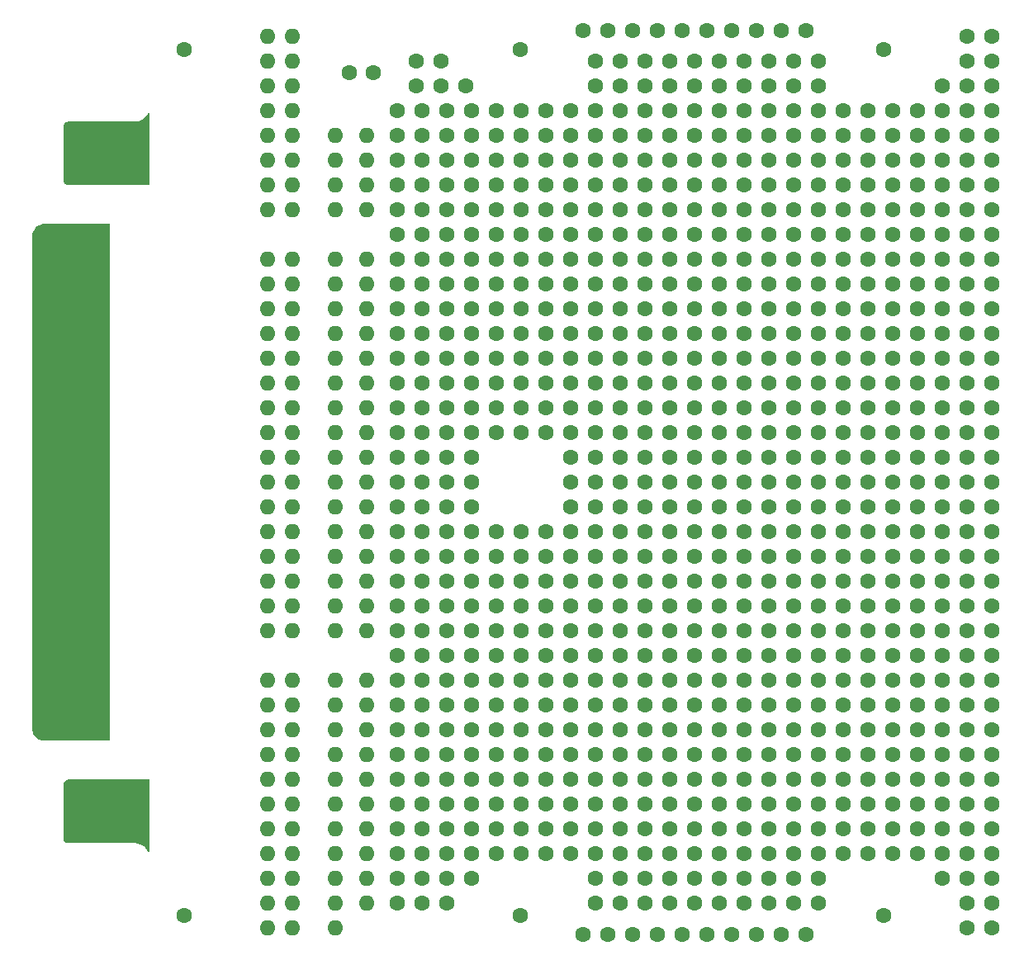
<source format=gbs>
%TF.GenerationSoftware,KiCad,Pcbnew,9.0.7*%
%TF.CreationDate,2026-01-19T16:38:05-08:00*%
%TF.ProjectId,CoCoProtoBoard,436f436f-5072-46f7-946f-426f6172642e,rev?*%
%TF.SameCoordinates,Original*%
%TF.FileFunction,Soldermask,Bot*%
%TF.FilePolarity,Negative*%
%FSLAX46Y46*%
G04 Gerber Fmt 4.6, Leading zero omitted, Abs format (unit mm)*
G04 Created by KiCad (PCBNEW 9.0.7) date 2026-01-19 16:38:05*
%MOMM*%
%LPD*%
G01*
G04 APERTURE LIST*
%ADD10R,6.350000X1.270000*%
%ADD11C,1.600000*%
%ADD12O,1.600000X1.600000*%
G04 APERTURE END LIST*
D10*
%TO.C,P1*%
X95250000Y-80010000D03*
X95250000Y-82550000D03*
X95250000Y-85090000D03*
X95250000Y-87630000D03*
X95250000Y-90170000D03*
X95250000Y-92710000D03*
X95250000Y-95250000D03*
X95250000Y-97790000D03*
X95250000Y-100330000D03*
X95250000Y-102870000D03*
X95250000Y-105410000D03*
X95250000Y-107950000D03*
X95250000Y-110490000D03*
X95250000Y-113030000D03*
X95250000Y-115570000D03*
X95250000Y-118110000D03*
X95250000Y-120650000D03*
X95250000Y-123190000D03*
X95250000Y-125730000D03*
X95250000Y-128270000D03*
%TD*%
D11*
%TO.C,REF\u002A\u002A*%
X178690000Y-148540000D03*
%TD*%
%TO.C,REF\u002A\u002A*%
X178690000Y-59740000D03*
%TD*%
%TO.C,REF\u002A\u002A*%
X141440000Y-59740000D03*
%TD*%
%TO.C,REF\u002A\u002A*%
X141440000Y-148540000D03*
%TD*%
%TO.C,REF\u002A\u002A*%
X107040000Y-148540000D03*
%TD*%
D12*
%TO.C,P2*%
X115570000Y-58420000D03*
X118110000Y-58420000D03*
X115570000Y-60960000D03*
X118110000Y-60960000D03*
X115570000Y-63500000D03*
X118110000Y-63500000D03*
X115570000Y-66040000D03*
X118110000Y-66040000D03*
X115570000Y-68580000D03*
X118110000Y-68580000D03*
X115570000Y-71120000D03*
X118110000Y-71120000D03*
X115570000Y-73660000D03*
X118110000Y-73660000D03*
X115570000Y-76200000D03*
X118110000Y-76200000D03*
%TD*%
%TO.C,P4*%
X115570000Y-124460000D03*
X118110000Y-124460000D03*
X115570000Y-127000000D03*
X118110000Y-127000000D03*
X115570000Y-129540000D03*
X118110000Y-129540000D03*
X115570000Y-132080000D03*
X118110000Y-132080000D03*
X115570000Y-134620000D03*
X118110000Y-134620000D03*
X115570000Y-137160000D03*
X118110000Y-137160000D03*
X115570000Y-139700000D03*
X118110000Y-139700000D03*
X115570000Y-142240000D03*
X118110000Y-142240000D03*
X115570000Y-144780000D03*
X118110000Y-144780000D03*
X115570000Y-147320000D03*
X118110000Y-147320000D03*
X115570000Y-149860000D03*
X118110000Y-149860000D03*
%TD*%
%TO.C,P3*%
X115570000Y-81280000D03*
X118110000Y-81280000D03*
X115570000Y-83820000D03*
X118110000Y-83820000D03*
X115570000Y-86360000D03*
X118110000Y-86360000D03*
X115570000Y-88900000D03*
X118110000Y-88900000D03*
X115570000Y-91440000D03*
X118110000Y-91440000D03*
X115570000Y-93980000D03*
X118110000Y-93980000D03*
X115570000Y-96520000D03*
X118110000Y-96520000D03*
X115570000Y-99060000D03*
X118110000Y-99060000D03*
X115570000Y-101600000D03*
X118110000Y-101600000D03*
X115570000Y-104140000D03*
X118110000Y-104140000D03*
X115570000Y-106680000D03*
X118110000Y-106680000D03*
X115570000Y-109220000D03*
X118110000Y-109220000D03*
X115570000Y-111760000D03*
X118110000Y-111760000D03*
X115570000Y-114300000D03*
X118110000Y-114300000D03*
X115570000Y-116840000D03*
X118110000Y-116840000D03*
X115570000Y-119380000D03*
X118110000Y-119380000D03*
%TD*%
%TO.C,P10*%
X122555000Y-68580000D03*
X122555000Y-71120000D03*
X122555000Y-73660000D03*
X122555000Y-76200000D03*
X122555000Y-81280000D03*
X122555000Y-83820000D03*
X122555000Y-86360000D03*
X122555000Y-88900000D03*
X122555000Y-91440000D03*
X122555000Y-93980000D03*
X122555000Y-96520000D03*
X122555000Y-99060000D03*
X122555000Y-101600000D03*
X122555000Y-104140000D03*
X122555000Y-106680000D03*
X122555000Y-109220000D03*
X122555000Y-111760000D03*
X122555000Y-114300000D03*
X122555000Y-116840000D03*
X122555000Y-119380000D03*
X122555000Y-124460000D03*
X122555000Y-127000000D03*
X122555000Y-129540000D03*
X122555000Y-132080000D03*
X122555000Y-134620000D03*
X122555000Y-137160000D03*
X122555000Y-139700000D03*
X122555000Y-142240000D03*
X122555000Y-144780000D03*
X122555000Y-147320000D03*
X122555000Y-149860000D03*
X125730000Y-68580000D03*
X125730000Y-71120000D03*
X125730000Y-73660000D03*
X125730000Y-76200000D03*
X125730000Y-81280000D03*
X125730000Y-83820000D03*
X125730000Y-86360000D03*
X125730000Y-88900000D03*
X125730000Y-91440000D03*
X125730000Y-93980000D03*
X125730000Y-96520000D03*
X125730000Y-99060000D03*
X125730000Y-101600000D03*
X125730000Y-104140000D03*
X125730000Y-106680000D03*
X125730000Y-109220000D03*
X125730000Y-111760000D03*
X125730000Y-114300000D03*
X125730000Y-116840000D03*
X125730000Y-119380000D03*
X125730000Y-124460000D03*
X125730000Y-127000000D03*
X125730000Y-129540000D03*
X125730000Y-132080000D03*
X125730000Y-134620000D03*
X125730000Y-137160000D03*
X125730000Y-139700000D03*
X125730000Y-142240000D03*
X125730000Y-144780000D03*
X125730000Y-147320000D03*
%TD*%
D11*
%TO.C,REF\u002A\u002A*%
X128905000Y-81280000D03*
%TD*%
%TO.C,REF\u002A\u002A*%
X128905000Y-104140000D03*
%TD*%
%TO.C,REF\u002A\u002A*%
X128905000Y-101600000D03*
%TD*%
%TO.C,REF\u002A\u002A*%
X128905000Y-106680000D03*
%TD*%
%TO.C,REF\u002A\u002A*%
X128905000Y-109220000D03*
%TD*%
%TO.C,REF\u002A\u002A*%
X128905000Y-111760000D03*
%TD*%
%TO.C,REF\u002A\u002A*%
X128905000Y-68580000D03*
%TD*%
%TO.C,REF\u002A\u002A*%
X128905000Y-144780000D03*
%TD*%
%TO.C,REF\u002A\u002A*%
X128905000Y-137160000D03*
%TD*%
%TO.C,REF\u002A\u002A*%
X128905000Y-139700000D03*
%TD*%
%TO.C,REF\u002A\u002A*%
X128905000Y-147320000D03*
%TD*%
%TO.C,REF\u002A\u002A*%
X128905000Y-142240000D03*
%TD*%
%TO.C,REF\u002A\u002A*%
X128905000Y-134620000D03*
%TD*%
%TO.C,REF\u002A\u002A*%
X128905000Y-66040000D03*
%TD*%
%TO.C,REF\u002A\u002A*%
X128905000Y-86360000D03*
%TD*%
%TO.C,REF\u002A\u002A*%
X128905000Y-88900000D03*
%TD*%
%TO.C,REF\u002A\u002A*%
X128905000Y-124460000D03*
%TD*%
%TO.C,REF\u002A\u002A*%
X128905000Y-127000000D03*
%TD*%
%TO.C,REF\u002A\u002A*%
X128905000Y-129540000D03*
%TD*%
%TO.C,REF\u002A\u002A*%
X128905000Y-132080000D03*
%TD*%
%TO.C,REF\u002A\u002A*%
X128905000Y-93980000D03*
%TD*%
%TO.C,REF\u002A\u002A*%
X128905000Y-99060000D03*
%TD*%
%TO.C,REF\u002A\u002A*%
X128905000Y-96520000D03*
%TD*%
%TO.C,REF\u002A\u002A*%
X128905000Y-71120000D03*
%TD*%
%TO.C,REF\u002A\u002A*%
X128905000Y-83820000D03*
%TD*%
%TO.C,REF\u002A\u002A*%
X128905000Y-73660000D03*
%TD*%
%TO.C,REF\u002A\u002A*%
X128905000Y-91440000D03*
%TD*%
%TO.C,REF\u002A\u002A*%
X128905000Y-76200000D03*
%TD*%
%TO.C,REF\u002A\u002A*%
X128905000Y-121920000D03*
%TD*%
%TO.C,REF\u002A\u002A*%
X128905000Y-114300000D03*
%TD*%
%TO.C,REF\u002A\u002A*%
X128905000Y-116840000D03*
%TD*%
%TO.C,REF\u002A\u002A*%
X128905000Y-119380000D03*
%TD*%
%TO.C,REF\u002A\u002A*%
X131445000Y-147320000D03*
%TD*%
%TO.C,REF\u002A\u002A*%
X128905000Y-78740000D03*
%TD*%
%TO.C,REF\u002A\u002A*%
X165735000Y-150495000D03*
%TD*%
%TO.C,REF\u002A\u002A*%
X163195000Y-150495000D03*
%TD*%
%TO.C,REF\u002A\u002A*%
X158115000Y-150495000D03*
%TD*%
%TO.C,REF\u002A\u002A*%
X160655000Y-150495000D03*
%TD*%
%TO.C,REF\u002A\u002A*%
X155575000Y-150495000D03*
%TD*%
%TO.C,REF\u002A\u002A*%
X153035000Y-150495000D03*
%TD*%
%TO.C,REF\u002A\u002A*%
X150495000Y-150495000D03*
%TD*%
%TO.C,REF\u002A\u002A*%
X147955000Y-150495000D03*
%TD*%
%TO.C,REF\u002A\u002A*%
X131445000Y-144780000D03*
%TD*%
%TO.C,REF\u002A\u002A*%
X131445000Y-142240000D03*
%TD*%
%TO.C,REF\u002A\u002A*%
X131445000Y-139700000D03*
%TD*%
%TO.C,REF\u002A\u002A*%
X131445000Y-137160000D03*
%TD*%
%TO.C,REF\u002A\u002A*%
X131445000Y-134620000D03*
%TD*%
%TO.C,REF\u002A\u002A*%
X133985000Y-144780000D03*
%TD*%
%TO.C,REF\u002A\u002A*%
X133985000Y-142240000D03*
%TD*%
%TO.C,REF\u002A\u002A*%
X133985000Y-139700000D03*
%TD*%
%TO.C,REF\u002A\u002A*%
X133985000Y-134620000D03*
%TD*%
%TO.C,REF\u002A\u002A*%
X133985000Y-137160000D03*
%TD*%
%TO.C,REF\u002A\u002A*%
X133985000Y-147320000D03*
%TD*%
%TO.C,REF\u002A\u002A*%
X136525000Y-144780000D03*
%TD*%
%TO.C,REF\u002A\u002A*%
X136525000Y-142240000D03*
%TD*%
%TO.C,REF\u002A\u002A*%
X136525000Y-139700000D03*
%TD*%
%TO.C,REF\u002A\u002A*%
X136525000Y-134620000D03*
%TD*%
%TO.C,REF\u002A\u002A*%
X136525000Y-137160000D03*
%TD*%
%TO.C,REF\u002A\u002A*%
X139065000Y-142240000D03*
%TD*%
%TO.C,REF\u002A\u002A*%
X139065000Y-139700000D03*
%TD*%
%TO.C,REF\u002A\u002A*%
X139065000Y-137160000D03*
%TD*%
%TO.C,REF\u002A\u002A*%
X139065000Y-134620000D03*
%TD*%
%TO.C,REF\u002A\u002A*%
X141605000Y-139700000D03*
%TD*%
%TO.C,REF\u002A\u002A*%
X141605000Y-142240000D03*
%TD*%
%TO.C,REF\u002A\u002A*%
X141605000Y-134620000D03*
%TD*%
%TO.C,REF\u002A\u002A*%
X141605000Y-137160000D03*
%TD*%
%TO.C,REF\u002A\u002A*%
X144145000Y-134620000D03*
%TD*%
%TO.C,REF\u002A\u002A*%
X144145000Y-139700000D03*
%TD*%
%TO.C,REF\u002A\u002A*%
X144145000Y-137160000D03*
%TD*%
%TO.C,REF\u002A\u002A*%
X144145000Y-142240000D03*
%TD*%
%TO.C,REF\u002A\u002A*%
X146685000Y-142240000D03*
%TD*%
%TO.C,REF\u002A\u002A*%
X146685000Y-139700000D03*
%TD*%
%TO.C,REF\u002A\u002A*%
X146685000Y-137160000D03*
%TD*%
%TO.C,REF\u002A\u002A*%
X146685000Y-134620000D03*
%TD*%
%TO.C,REF\u002A\u002A*%
X149225000Y-144780000D03*
%TD*%
%TO.C,REF\u002A\u002A*%
X149225000Y-142240000D03*
%TD*%
%TO.C,REF\u002A\u002A*%
X149225000Y-139700000D03*
%TD*%
%TO.C,REF\u002A\u002A*%
X149225000Y-134620000D03*
%TD*%
%TO.C,REF\u002A\u002A*%
X149225000Y-137160000D03*
%TD*%
%TO.C,REF\u002A\u002A*%
X149225000Y-147320000D03*
%TD*%
%TO.C,REF\u002A\u002A*%
X151765000Y-147320000D03*
%TD*%
%TO.C,REF\u002A\u002A*%
X151765000Y-134620000D03*
%TD*%
%TO.C,REF\u002A\u002A*%
X151765000Y-139700000D03*
%TD*%
%TO.C,REF\u002A\u002A*%
X151765000Y-144780000D03*
%TD*%
%TO.C,REF\u002A\u002A*%
X151765000Y-142240000D03*
%TD*%
%TO.C,REF\u002A\u002A*%
X151765000Y-137160000D03*
%TD*%
%TO.C,REF\u002A\u002A*%
X154305000Y-139700000D03*
%TD*%
%TO.C,REF\u002A\u002A*%
X154305000Y-142240000D03*
%TD*%
%TO.C,REF\u002A\u002A*%
X154305000Y-144780000D03*
%TD*%
%TO.C,REF\u002A\u002A*%
X154305000Y-137160000D03*
%TD*%
%TO.C,REF\u002A\u002A*%
X154305000Y-147320000D03*
%TD*%
%TO.C,REF\u002A\u002A*%
X154305000Y-134620000D03*
%TD*%
%TO.C,REF\u002A\u002A*%
X156845000Y-142240000D03*
%TD*%
%TO.C,REF\u002A\u002A*%
X156845000Y-144780000D03*
%TD*%
%TO.C,REF\u002A\u002A*%
X156845000Y-147320000D03*
%TD*%
%TO.C,REF\u002A\u002A*%
X156845000Y-134620000D03*
%TD*%
%TO.C,REF\u002A\u002A*%
X156845000Y-137160000D03*
%TD*%
%TO.C,REF\u002A\u002A*%
X156845000Y-139700000D03*
%TD*%
%TO.C,REF\u002A\u002A*%
X159385000Y-142240000D03*
%TD*%
%TO.C,REF\u002A\u002A*%
X159385000Y-144780000D03*
%TD*%
%TO.C,REF\u002A\u002A*%
X159385000Y-147320000D03*
%TD*%
%TO.C,REF\u002A\u002A*%
X159385000Y-137160000D03*
%TD*%
%TO.C,REF\u002A\u002A*%
X159385000Y-134620000D03*
%TD*%
%TO.C,REF\u002A\u002A*%
X159385000Y-139700000D03*
%TD*%
%TO.C,REF\u002A\u002A*%
X161925000Y-142240000D03*
%TD*%
%TO.C,REF\u002A\u002A*%
X161925000Y-144780000D03*
%TD*%
%TO.C,REF\u002A\u002A*%
X161925000Y-147320000D03*
%TD*%
%TO.C,REF\u002A\u002A*%
X161925000Y-137160000D03*
%TD*%
%TO.C,REF\u002A\u002A*%
X161925000Y-134620000D03*
%TD*%
%TO.C,REF\u002A\u002A*%
X161925000Y-139700000D03*
%TD*%
%TO.C,REF\u002A\u002A*%
X164465000Y-137160000D03*
%TD*%
%TO.C,REF\u002A\u002A*%
X164465000Y-147320000D03*
%TD*%
%TO.C,REF\u002A\u002A*%
X164465000Y-139700000D03*
%TD*%
%TO.C,REF\u002A\u002A*%
X164465000Y-134620000D03*
%TD*%
%TO.C,REF\u002A\u002A*%
X164465000Y-144780000D03*
%TD*%
%TO.C,REF\u002A\u002A*%
X164465000Y-142240000D03*
%TD*%
%TO.C,REF\u002A\u002A*%
X167005000Y-142240000D03*
%TD*%
%TO.C,REF\u002A\u002A*%
X167005000Y-137160000D03*
%TD*%
%TO.C,REF\u002A\u002A*%
X167005000Y-144780000D03*
%TD*%
%TO.C,REF\u002A\u002A*%
X167005000Y-134620000D03*
%TD*%
%TO.C,REF\u002A\u002A*%
X167005000Y-147320000D03*
%TD*%
%TO.C,REF\u002A\u002A*%
X167005000Y-139700000D03*
%TD*%
%TO.C,REF\u002A\u002A*%
X169545000Y-142240000D03*
%TD*%
%TO.C,REF\u002A\u002A*%
X169545000Y-147320000D03*
%TD*%
%TO.C,REF\u002A\u002A*%
X169545000Y-144780000D03*
%TD*%
%TO.C,REF\u002A\u002A*%
X169545000Y-137160000D03*
%TD*%
%TO.C,REF\u002A\u002A*%
X169545000Y-139700000D03*
%TD*%
%TO.C,REF\u002A\u002A*%
X169545000Y-134620000D03*
%TD*%
%TO.C,REF\u002A\u002A*%
X172085000Y-134620000D03*
%TD*%
%TO.C,REF\u002A\u002A*%
X172085000Y-137160000D03*
%TD*%
%TO.C,REF\u002A\u002A*%
X172085000Y-142240000D03*
%TD*%
%TO.C,REF\u002A\u002A*%
X172085000Y-147320000D03*
%TD*%
%TO.C,REF\u002A\u002A*%
X172085000Y-139700000D03*
%TD*%
%TO.C,REF\u002A\u002A*%
X172085000Y-144780000D03*
%TD*%
%TO.C,REF\u002A\u002A*%
X179705000Y-142240000D03*
%TD*%
%TO.C,REF\u002A\u002A*%
X184785000Y-134620000D03*
%TD*%
%TO.C,REF\u002A\u002A*%
X174625000Y-137160000D03*
%TD*%
%TO.C,REF\u002A\u002A*%
X182245000Y-134620000D03*
%TD*%
%TO.C,REF\u002A\u002A*%
X184785000Y-142240000D03*
%TD*%
%TO.C,REF\u002A\u002A*%
X177165000Y-142240000D03*
%TD*%
%TO.C,REF\u002A\u002A*%
X174625000Y-139700000D03*
%TD*%
%TO.C,REF\u002A\u002A*%
X182245000Y-137160000D03*
%TD*%
%TO.C,REF\u002A\u002A*%
X174625000Y-134620000D03*
%TD*%
%TO.C,REF\u002A\u002A*%
X177165000Y-137160000D03*
%TD*%
%TO.C,REF\u002A\u002A*%
X179705000Y-137160000D03*
%TD*%
%TO.C,REF\u002A\u002A*%
X182245000Y-142240000D03*
%TD*%
%TO.C,REF\u002A\u002A*%
X184785000Y-137160000D03*
%TD*%
%TO.C,REF\u002A\u002A*%
X184785000Y-139700000D03*
%TD*%
%TO.C,REF\u002A\u002A*%
X179705000Y-139700000D03*
%TD*%
%TO.C,REF\u002A\u002A*%
X182245000Y-139700000D03*
%TD*%
%TO.C,REF\u002A\u002A*%
X177165000Y-134620000D03*
%TD*%
%TO.C,REF\u002A\u002A*%
X174625000Y-142240000D03*
%TD*%
%TO.C,REF\u002A\u002A*%
X177165000Y-139700000D03*
%TD*%
%TO.C,REF\u002A\u002A*%
X179705000Y-134620000D03*
%TD*%
%TO.C,REF\u002A\u002A*%
X187325000Y-139700000D03*
%TD*%
%TO.C,REF\u002A\u002A*%
X187325000Y-144780000D03*
%TD*%
%TO.C,REF\u002A\u002A*%
X189865000Y-134620000D03*
%TD*%
%TO.C,REF\u002A\u002A*%
X187325000Y-142240000D03*
%TD*%
%TO.C,REF\u002A\u002A*%
X187325000Y-134620000D03*
%TD*%
%TO.C,REF\u002A\u002A*%
X189865000Y-139700000D03*
%TD*%
%TO.C,REF\u002A\u002A*%
X189865000Y-144780000D03*
%TD*%
%TO.C,REF\u002A\u002A*%
X187325000Y-137160000D03*
%TD*%
%TO.C,REF\u002A\u002A*%
X189865000Y-137160000D03*
%TD*%
%TO.C,REF\u002A\u002A*%
X189865000Y-142240000D03*
%TD*%
%TO.C,REF\u002A\u002A*%
X189865000Y-147320000D03*
%TD*%
%TO.C,REF\u002A\u002A*%
X187325000Y-147320000D03*
%TD*%
%TO.C,REF\u002A\u002A*%
X184785000Y-144780000D03*
%TD*%
%TO.C,REF\u002A\u002A*%
X131445000Y-132080000D03*
%TD*%
%TO.C,REF\u002A\u002A*%
X189865000Y-132080000D03*
%TD*%
%TO.C,REF\u002A\u002A*%
X187325000Y-132080000D03*
%TD*%
%TO.C,REF\u002A\u002A*%
X146685000Y-132080000D03*
%TD*%
%TO.C,REF\u002A\u002A*%
X144145000Y-132080000D03*
%TD*%
%TO.C,REF\u002A\u002A*%
X141605000Y-132080000D03*
%TD*%
%TO.C,REF\u002A\u002A*%
X149225000Y-132080000D03*
%TD*%
%TO.C,REF\u002A\u002A*%
X136525000Y-132080000D03*
%TD*%
%TO.C,REF\u002A\u002A*%
X139065000Y-132080000D03*
%TD*%
%TO.C,REF\u002A\u002A*%
X154305000Y-132080000D03*
%TD*%
%TO.C,REF\u002A\u002A*%
X156845000Y-132080000D03*
%TD*%
%TO.C,REF\u002A\u002A*%
X159385000Y-132080000D03*
%TD*%
%TO.C,REF\u002A\u002A*%
X151765000Y-132080000D03*
%TD*%
%TO.C,REF\u002A\u002A*%
X172085000Y-132080000D03*
%TD*%
%TO.C,REF\u002A\u002A*%
X169545000Y-132080000D03*
%TD*%
%TO.C,REF\u002A\u002A*%
X161925000Y-132080000D03*
%TD*%
%TO.C,REF\u002A\u002A*%
X184785000Y-132080000D03*
%TD*%
%TO.C,REF\u002A\u002A*%
X164465000Y-132080000D03*
%TD*%
%TO.C,REF\u002A\u002A*%
X167005000Y-132080000D03*
%TD*%
%TO.C,REF\u002A\u002A*%
X182245000Y-132080000D03*
%TD*%
%TO.C,REF\u002A\u002A*%
X177165000Y-132080000D03*
%TD*%
%TO.C,REF\u002A\u002A*%
X174625000Y-132080000D03*
%TD*%
%TO.C,REF\u002A\u002A*%
X179705000Y-132080000D03*
%TD*%
%TO.C,REF\u002A\u002A*%
X133985000Y-132080000D03*
%TD*%
%TO.C,REF\u002A\u002A*%
X156845000Y-129540000D03*
%TD*%
%TO.C,REF\u002A\u002A*%
X151765000Y-129540000D03*
%TD*%
%TO.C,REF\u002A\u002A*%
X184785000Y-129540000D03*
%TD*%
%TO.C,REF\u002A\u002A*%
X182245000Y-129540000D03*
%TD*%
%TO.C,REF\u002A\u002A*%
X136525000Y-129540000D03*
%TD*%
%TO.C,REF\u002A\u002A*%
X161925000Y-129540000D03*
%TD*%
%TO.C,REF\u002A\u002A*%
X187325000Y-129540000D03*
%TD*%
%TO.C,REF\u002A\u002A*%
X146685000Y-129540000D03*
%TD*%
%TO.C,REF\u002A\u002A*%
X149225000Y-129540000D03*
%TD*%
%TO.C,REF\u002A\u002A*%
X172085000Y-129540000D03*
%TD*%
%TO.C,REF\u002A\u002A*%
X164465000Y-129540000D03*
%TD*%
%TO.C,REF\u002A\u002A*%
X141605000Y-129540000D03*
%TD*%
%TO.C,REF\u002A\u002A*%
X131445000Y-129540000D03*
%TD*%
%TO.C,REF\u002A\u002A*%
X189865000Y-129540000D03*
%TD*%
%TO.C,REF\u002A\u002A*%
X144145000Y-129540000D03*
%TD*%
%TO.C,REF\u002A\u002A*%
X139065000Y-129540000D03*
%TD*%
%TO.C,REF\u002A\u002A*%
X154305000Y-129540000D03*
%TD*%
%TO.C,REF\u002A\u002A*%
X159385000Y-129540000D03*
%TD*%
%TO.C,REF\u002A\u002A*%
X169545000Y-129540000D03*
%TD*%
%TO.C,REF\u002A\u002A*%
X167005000Y-129540000D03*
%TD*%
%TO.C,REF\u002A\u002A*%
X177165000Y-129540000D03*
%TD*%
%TO.C,REF\u002A\u002A*%
X174625000Y-129540000D03*
%TD*%
%TO.C,REF\u002A\u002A*%
X179705000Y-129540000D03*
%TD*%
%TO.C,REF\u002A\u002A*%
X133985000Y-129540000D03*
%TD*%
%TO.C,REF\u002A\u002A*%
X139065000Y-127000000D03*
%TD*%
%TO.C,REF\u002A\u002A*%
X151765000Y-127000000D03*
%TD*%
%TO.C,REF\u002A\u002A*%
X136525000Y-127000000D03*
%TD*%
%TO.C,REF\u002A\u002A*%
X149225000Y-127000000D03*
%TD*%
%TO.C,REF\u002A\u002A*%
X169545000Y-127000000D03*
%TD*%
%TO.C,REF\u002A\u002A*%
X184785000Y-127000000D03*
%TD*%
%TO.C,REF\u002A\u002A*%
X187325000Y-127000000D03*
%TD*%
%TO.C,REF\u002A\u002A*%
X131445000Y-127000000D03*
%TD*%
%TO.C,REF\u002A\u002A*%
X154305000Y-127000000D03*
%TD*%
%TO.C,REF\u002A\u002A*%
X167005000Y-127000000D03*
%TD*%
%TO.C,REF\u002A\u002A*%
X179705000Y-127000000D03*
%TD*%
%TO.C,REF\u002A\u002A*%
X133985000Y-127000000D03*
%TD*%
%TO.C,REF\u002A\u002A*%
X159385000Y-127000000D03*
%TD*%
%TO.C,REF\u002A\u002A*%
X146685000Y-127000000D03*
%TD*%
%TO.C,REF\u002A\u002A*%
X189865000Y-127000000D03*
%TD*%
%TO.C,REF\u002A\u002A*%
X141605000Y-127000000D03*
%TD*%
%TO.C,REF\u002A\u002A*%
X156845000Y-127000000D03*
%TD*%
%TO.C,REF\u002A\u002A*%
X182245000Y-127000000D03*
%TD*%
%TO.C,REF\u002A\u002A*%
X174625000Y-127000000D03*
%TD*%
%TO.C,REF\u002A\u002A*%
X161925000Y-127000000D03*
%TD*%
%TO.C,REF\u002A\u002A*%
X144145000Y-127000000D03*
%TD*%
%TO.C,REF\u002A\u002A*%
X172085000Y-127000000D03*
%TD*%
%TO.C,REF\u002A\u002A*%
X164465000Y-127000000D03*
%TD*%
%TO.C,REF\u002A\u002A*%
X177165000Y-127000000D03*
%TD*%
%TO.C,REF\u002A\u002A*%
X151765000Y-124460000D03*
%TD*%
%TO.C,REF\u002A\u002A*%
X187325000Y-124460000D03*
%TD*%
%TO.C,REF\u002A\u002A*%
X139065000Y-124460000D03*
%TD*%
%TO.C,REF\u002A\u002A*%
X136525000Y-124460000D03*
%TD*%
%TO.C,REF\u002A\u002A*%
X169545000Y-124460000D03*
%TD*%
%TO.C,REF\u002A\u002A*%
X149225000Y-124460000D03*
%TD*%
%TO.C,REF\u002A\u002A*%
X154305000Y-124460000D03*
%TD*%
%TO.C,REF\u002A\u002A*%
X172085000Y-124460000D03*
%TD*%
%TO.C,REF\u002A\u002A*%
X184785000Y-124460000D03*
%TD*%
%TO.C,REF\u002A\u002A*%
X167005000Y-124460000D03*
%TD*%
%TO.C,REF\u002A\u002A*%
X133985000Y-124460000D03*
%TD*%
%TO.C,REF\u002A\u002A*%
X146685000Y-124460000D03*
%TD*%
%TO.C,REF\u002A\u002A*%
X161925000Y-124460000D03*
%TD*%
%TO.C,REF\u002A\u002A*%
X164465000Y-124460000D03*
%TD*%
%TO.C,REF\u002A\u002A*%
X159385000Y-124460000D03*
%TD*%
%TO.C,REF\u002A\u002A*%
X189865000Y-124460000D03*
%TD*%
%TO.C,REF\u002A\u002A*%
X174625000Y-124460000D03*
%TD*%
%TO.C,REF\u002A\u002A*%
X177165000Y-124460000D03*
%TD*%
%TO.C,REF\u002A\u002A*%
X141605000Y-124460000D03*
%TD*%
%TO.C,REF\u002A\u002A*%
X156845000Y-124460000D03*
%TD*%
%TO.C,REF\u002A\u002A*%
X182245000Y-124460000D03*
%TD*%
%TO.C,REF\u002A\u002A*%
X131445000Y-124460000D03*
%TD*%
%TO.C,REF\u002A\u002A*%
X144145000Y-124460000D03*
%TD*%
%TO.C,REF\u002A\u002A*%
X179705000Y-124460000D03*
%TD*%
%TO.C,REF\u002A\u002A*%
X187325000Y-121920000D03*
%TD*%
%TO.C,REF\u002A\u002A*%
X184785000Y-121920000D03*
%TD*%
%TO.C,REF\u002A\u002A*%
X172085000Y-121920000D03*
%TD*%
%TO.C,REF\u002A\u002A*%
X167005000Y-121920000D03*
%TD*%
%TO.C,REF\u002A\u002A*%
X133985000Y-121920000D03*
%TD*%
%TO.C,REF\u002A\u002A*%
X136525000Y-121920000D03*
%TD*%
%TO.C,REF\u002A\u002A*%
X139065000Y-121920000D03*
%TD*%
%TO.C,REF\u002A\u002A*%
X169545000Y-121920000D03*
%TD*%
%TO.C,REF\u002A\u002A*%
X149225000Y-121920000D03*
%TD*%
%TO.C,REF\u002A\u002A*%
X151765000Y-121920000D03*
%TD*%
%TO.C,REF\u002A\u002A*%
X154305000Y-121920000D03*
%TD*%
%TO.C,REF\u002A\u002A*%
X141605000Y-121920000D03*
%TD*%
%TO.C,REF\u002A\u002A*%
X174625000Y-121920000D03*
%TD*%
%TO.C,REF\u002A\u002A*%
X179705000Y-121920000D03*
%TD*%
%TO.C,REF\u002A\u002A*%
X189865000Y-121920000D03*
%TD*%
%TO.C,REF\u002A\u002A*%
X131445000Y-121920000D03*
%TD*%
%TO.C,REF\u002A\u002A*%
X159385000Y-121920000D03*
%TD*%
%TO.C,REF\u002A\u002A*%
X182245000Y-121920000D03*
%TD*%
%TO.C,REF\u002A\u002A*%
X161925000Y-121920000D03*
%TD*%
%TO.C,REF\u002A\u002A*%
X146685000Y-121920000D03*
%TD*%
%TO.C,REF\u002A\u002A*%
X156845000Y-121920000D03*
%TD*%
%TO.C,REF\u002A\u002A*%
X144145000Y-121920000D03*
%TD*%
%TO.C,REF\u002A\u002A*%
X177165000Y-121920000D03*
%TD*%
%TO.C,REF\u002A\u002A*%
X164465000Y-121920000D03*
%TD*%
%TO.C,REF\u002A\u002A*%
X172085000Y-119380000D03*
%TD*%
%TO.C,REF\u002A\u002A*%
X167005000Y-119380000D03*
%TD*%
%TO.C,REF\u002A\u002A*%
X139065000Y-119380000D03*
%TD*%
%TO.C,REF\u002A\u002A*%
X151765000Y-119380000D03*
%TD*%
%TO.C,REF\u002A\u002A*%
X179705000Y-119380000D03*
%TD*%
%TO.C,REF\u002A\u002A*%
X184785000Y-119380000D03*
%TD*%
%TO.C,REF\u002A\u002A*%
X133985000Y-119380000D03*
%TD*%
%TO.C,REF\u002A\u002A*%
X169545000Y-119380000D03*
%TD*%
%TO.C,REF\u002A\u002A*%
X141605000Y-119380000D03*
%TD*%
%TO.C,REF\u002A\u002A*%
X174625000Y-119380000D03*
%TD*%
%TO.C,REF\u002A\u002A*%
X131445000Y-119380000D03*
%TD*%
%TO.C,REF\u002A\u002A*%
X161925000Y-119380000D03*
%TD*%
%TO.C,REF\u002A\u002A*%
X146685000Y-119380000D03*
%TD*%
%TO.C,REF\u002A\u002A*%
X144145000Y-119380000D03*
%TD*%
%TO.C,REF\u002A\u002A*%
X156845000Y-119380000D03*
%TD*%
%TO.C,REF\u002A\u002A*%
X136525000Y-119380000D03*
%TD*%
%TO.C,REF\u002A\u002A*%
X177165000Y-119380000D03*
%TD*%
%TO.C,REF\u002A\u002A*%
X189865000Y-119380000D03*
%TD*%
%TO.C,REF\u002A\u002A*%
X187325000Y-119380000D03*
%TD*%
%TO.C,REF\u002A\u002A*%
X154305000Y-119380000D03*
%TD*%
%TO.C,REF\u002A\u002A*%
X159385000Y-119380000D03*
%TD*%
%TO.C,REF\u002A\u002A*%
X182245000Y-119380000D03*
%TD*%
%TO.C,REF\u002A\u002A*%
X164465000Y-119380000D03*
%TD*%
%TO.C,REF\u002A\u002A*%
X149225000Y-119380000D03*
%TD*%
%TO.C,REF\u002A\u002A*%
X172085000Y-116840000D03*
%TD*%
%TO.C,REF\u002A\u002A*%
X133985000Y-116840000D03*
%TD*%
%TO.C,REF\u002A\u002A*%
X156845000Y-116840000D03*
%TD*%
%TO.C,REF\u002A\u002A*%
X161925000Y-116840000D03*
%TD*%
%TO.C,REF\u002A\u002A*%
X154305000Y-116840000D03*
%TD*%
%TO.C,REF\u002A\u002A*%
X139065000Y-116840000D03*
%TD*%
%TO.C,REF\u002A\u002A*%
X151765000Y-116840000D03*
%TD*%
%TO.C,REF\u002A\u002A*%
X136525000Y-116840000D03*
%TD*%
%TO.C,REF\u002A\u002A*%
X159385000Y-116840000D03*
%TD*%
%TO.C,REF\u002A\u002A*%
X189865000Y-116840000D03*
%TD*%
%TO.C,REF\u002A\u002A*%
X167005000Y-116840000D03*
%TD*%
%TO.C,REF\u002A\u002A*%
X184785000Y-116840000D03*
%TD*%
%TO.C,REF\u002A\u002A*%
X174625000Y-116840000D03*
%TD*%
%TO.C,REF\u002A\u002A*%
X182245000Y-116840000D03*
%TD*%
%TO.C,REF\u002A\u002A*%
X144145000Y-116840000D03*
%TD*%
%TO.C,REF\u002A\u002A*%
X169545000Y-116840000D03*
%TD*%
%TO.C,REF\u002A\u002A*%
X177165000Y-116840000D03*
%TD*%
%TO.C,REF\u002A\u002A*%
X187325000Y-116840000D03*
%TD*%
%TO.C,REF\u002A\u002A*%
X164465000Y-116840000D03*
%TD*%
%TO.C,REF\u002A\u002A*%
X131445000Y-116840000D03*
%TD*%
%TO.C,REF\u002A\u002A*%
X146685000Y-116840000D03*
%TD*%
%TO.C,REF\u002A\u002A*%
X141605000Y-116840000D03*
%TD*%
%TO.C,REF\u002A\u002A*%
X149225000Y-116840000D03*
%TD*%
%TO.C,REF\u002A\u002A*%
X179705000Y-116840000D03*
%TD*%
%TO.C,REF\u002A\u002A*%
X172085000Y-114300000D03*
%TD*%
%TO.C,REF\u002A\u002A*%
X133985000Y-114300000D03*
%TD*%
%TO.C,REF\u002A\u002A*%
X156845000Y-114300000D03*
%TD*%
%TO.C,REF\u002A\u002A*%
X154305000Y-114300000D03*
%TD*%
%TO.C,REF\u002A\u002A*%
X174625000Y-114300000D03*
%TD*%
%TO.C,REF\u002A\u002A*%
X131445000Y-114300000D03*
%TD*%
%TO.C,REF\u002A\u002A*%
X167005000Y-114300000D03*
%TD*%
%TO.C,REF\u002A\u002A*%
X146685000Y-114300000D03*
%TD*%
%TO.C,REF\u002A\u002A*%
X141605000Y-114300000D03*
%TD*%
%TO.C,REF\u002A\u002A*%
X149225000Y-114300000D03*
%TD*%
%TO.C,REF\u002A\u002A*%
X179705000Y-114300000D03*
%TD*%
%TO.C,REF\u002A\u002A*%
X164465000Y-114300000D03*
%TD*%
%TO.C,REF\u002A\u002A*%
X187325000Y-114300000D03*
%TD*%
%TO.C,REF\u002A\u002A*%
X184785000Y-114300000D03*
%TD*%
%TO.C,REF\u002A\u002A*%
X189865000Y-114300000D03*
%TD*%
%TO.C,REF\u002A\u002A*%
X182245000Y-114300000D03*
%TD*%
%TO.C,REF\u002A\u002A*%
X144145000Y-114300000D03*
%TD*%
%TO.C,REF\u002A\u002A*%
X161925000Y-114300000D03*
%TD*%
%TO.C,REF\u002A\u002A*%
X177165000Y-114300000D03*
%TD*%
%TO.C,REF\u002A\u002A*%
X159385000Y-114300000D03*
%TD*%
%TO.C,REF\u002A\u002A*%
X139065000Y-114300000D03*
%TD*%
%TO.C,REF\u002A\u002A*%
X136525000Y-114300000D03*
%TD*%
%TO.C,REF\u002A\u002A*%
X151765000Y-114300000D03*
%TD*%
%TO.C,REF\u002A\u002A*%
X169545000Y-114300000D03*
%TD*%
%TO.C,REF\u002A\u002A*%
X174625000Y-111760000D03*
%TD*%
%TO.C,REF\u002A\u002A*%
X182245000Y-111760000D03*
%TD*%
%TO.C,REF\u002A\u002A*%
X159385000Y-111760000D03*
%TD*%
%TO.C,REF\u002A\u002A*%
X179705000Y-111760000D03*
%TD*%
%TO.C,REF\u002A\u002A*%
X156845000Y-111760000D03*
%TD*%
%TO.C,REF\u002A\u002A*%
X164465000Y-111760000D03*
%TD*%
%TO.C,REF\u002A\u002A*%
X131445000Y-111760000D03*
%TD*%
%TO.C,REF\u002A\u002A*%
X154305000Y-111760000D03*
%TD*%
%TO.C,REF\u002A\u002A*%
X141605000Y-111760000D03*
%TD*%
%TO.C,REF\u002A\u002A*%
X177165000Y-111760000D03*
%TD*%
%TO.C,REF\u002A\u002A*%
X144145000Y-111760000D03*
%TD*%
%TO.C,REF\u002A\u002A*%
X136525000Y-111760000D03*
%TD*%
%TO.C,REF\u002A\u002A*%
X133985000Y-111760000D03*
%TD*%
%TO.C,REF\u002A\u002A*%
X184785000Y-111760000D03*
%TD*%
%TO.C,REF\u002A\u002A*%
X149225000Y-111760000D03*
%TD*%
%TO.C,REF\u002A\u002A*%
X189865000Y-111760000D03*
%TD*%
%TO.C,REF\u002A\u002A*%
X151765000Y-111760000D03*
%TD*%
%TO.C,REF\u002A\u002A*%
X187325000Y-111760000D03*
%TD*%
%TO.C,REF\u002A\u002A*%
X167005000Y-111760000D03*
%TD*%
%TO.C,REF\u002A\u002A*%
X146685000Y-111760000D03*
%TD*%
%TO.C,REF\u002A\u002A*%
X161925000Y-111760000D03*
%TD*%
%TO.C,REF\u002A\u002A*%
X139065000Y-111760000D03*
%TD*%
%TO.C,REF\u002A\u002A*%
X169545000Y-111760000D03*
%TD*%
%TO.C,REF\u002A\u002A*%
X172085000Y-111760000D03*
%TD*%
%TO.C,REF\u002A\u002A*%
X154305000Y-109220000D03*
%TD*%
%TO.C,REF\u002A\u002A*%
X133985000Y-109220000D03*
%TD*%
%TO.C,REF\u002A\u002A*%
X149225000Y-109220000D03*
%TD*%
%TO.C,REF\u002A\u002A*%
X151765000Y-109220000D03*
%TD*%
%TO.C,REF\u002A\u002A*%
X146685000Y-109220000D03*
%TD*%
%TO.C,REF\u002A\u002A*%
X159385000Y-109220000D03*
%TD*%
%TO.C,REF\u002A\u002A*%
X179705000Y-109220000D03*
%TD*%
%TO.C,REF\u002A\u002A*%
X141605000Y-109220000D03*
%TD*%
%TO.C,REF\u002A\u002A*%
X144145000Y-109220000D03*
%TD*%
%TO.C,REF\u002A\u002A*%
X174625000Y-109220000D03*
%TD*%
%TO.C,REF\u002A\u002A*%
X182245000Y-109220000D03*
%TD*%
%TO.C,REF\u002A\u002A*%
X164465000Y-109220000D03*
%TD*%
%TO.C,REF\u002A\u002A*%
X131445000Y-109220000D03*
%TD*%
%TO.C,REF\u002A\u002A*%
X156845000Y-109220000D03*
%TD*%
%TO.C,REF\u002A\u002A*%
X177165000Y-109220000D03*
%TD*%
%TO.C,REF\u002A\u002A*%
X136525000Y-109220000D03*
%TD*%
%TO.C,REF\u002A\u002A*%
X184785000Y-109220000D03*
%TD*%
%TO.C,REF\u002A\u002A*%
X189865000Y-109220000D03*
%TD*%
%TO.C,REF\u002A\u002A*%
X187325000Y-109220000D03*
%TD*%
%TO.C,REF\u002A\u002A*%
X167005000Y-109220000D03*
%TD*%
%TO.C,REF\u002A\u002A*%
X169545000Y-109220000D03*
%TD*%
%TO.C,REF\u002A\u002A*%
X139065000Y-109220000D03*
%TD*%
%TO.C,REF\u002A\u002A*%
X161925000Y-109220000D03*
%TD*%
%TO.C,REF\u002A\u002A*%
X172085000Y-109220000D03*
%TD*%
%TO.C,REF\u002A\u002A*%
X133985000Y-104140000D03*
%TD*%
%TO.C,REF\u002A\u002A*%
X131445000Y-106680000D03*
%TD*%
%TO.C,REF\u002A\u002A*%
X136525000Y-106680000D03*
%TD*%
%TO.C,REF\u002A\u002A*%
X131445000Y-104140000D03*
%TD*%
%TO.C,REF\u002A\u002A*%
X133985000Y-106680000D03*
%TD*%
%TO.C,REF\u002A\u002A*%
X136525000Y-104140000D03*
%TD*%
%TO.C,REF\u002A\u002A*%
X133985000Y-101600000D03*
%TD*%
%TO.C,REF\u002A\u002A*%
X131445000Y-101600000D03*
%TD*%
%TO.C,REF\u002A\u002A*%
X136525000Y-101600000D03*
%TD*%
%TO.C,REF\u002A\u002A*%
X174625000Y-106680000D03*
%TD*%
%TO.C,REF\u002A\u002A*%
X154305000Y-104140000D03*
%TD*%
%TO.C,REF\u002A\u002A*%
X182245000Y-106680000D03*
%TD*%
%TO.C,REF\u002A\u002A*%
X149225000Y-104140000D03*
%TD*%
%TO.C,REF\u002A\u002A*%
X151765000Y-104140000D03*
%TD*%
%TO.C,REF\u002A\u002A*%
X159385000Y-106680000D03*
%TD*%
%TO.C,REF\u002A\u002A*%
X146685000Y-104140000D03*
%TD*%
%TO.C,REF\u002A\u002A*%
X179705000Y-106680000D03*
%TD*%
%TO.C,REF\u002A\u002A*%
X159385000Y-104140000D03*
%TD*%
%TO.C,REF\u002A\u002A*%
X179705000Y-104140000D03*
%TD*%
%TO.C,REF\u002A\u002A*%
X156845000Y-106680000D03*
%TD*%
%TO.C,REF\u002A\u002A*%
X164465000Y-106680000D03*
%TD*%
%TO.C,REF\u002A\u002A*%
X154305000Y-106680000D03*
%TD*%
%TO.C,REF\u002A\u002A*%
X177165000Y-106680000D03*
%TD*%
%TO.C,REF\u002A\u002A*%
X174625000Y-104140000D03*
%TD*%
%TO.C,REF\u002A\u002A*%
X182245000Y-104140000D03*
%TD*%
%TO.C,REF\u002A\u002A*%
X164465000Y-104140000D03*
%TD*%
%TO.C,REF\u002A\u002A*%
X184785000Y-106680000D03*
%TD*%
%TO.C,REF\u002A\u002A*%
X149225000Y-106680000D03*
%TD*%
%TO.C,REF\u002A\u002A*%
X189865000Y-106680000D03*
%TD*%
%TO.C,REF\u002A\u002A*%
X151765000Y-106680000D03*
%TD*%
%TO.C,REF\u002A\u002A*%
X156845000Y-104140000D03*
%TD*%
%TO.C,REF\u002A\u002A*%
X187325000Y-106680000D03*
%TD*%
%TO.C,REF\u002A\u002A*%
X167005000Y-106680000D03*
%TD*%
%TO.C,REF\u002A\u002A*%
X146685000Y-106680000D03*
%TD*%
%TO.C,REF\u002A\u002A*%
X161925000Y-106680000D03*
%TD*%
%TO.C,REF\u002A\u002A*%
X169545000Y-106680000D03*
%TD*%
%TO.C,REF\u002A\u002A*%
X177165000Y-104140000D03*
%TD*%
%TO.C,REF\u002A\u002A*%
X184785000Y-104140000D03*
%TD*%
%TO.C,REF\u002A\u002A*%
X189865000Y-104140000D03*
%TD*%
%TO.C,REF\u002A\u002A*%
X187325000Y-104140000D03*
%TD*%
%TO.C,REF\u002A\u002A*%
X167005000Y-104140000D03*
%TD*%
%TO.C,REF\u002A\u002A*%
X169545000Y-104140000D03*
%TD*%
%TO.C,REF\u002A\u002A*%
X161925000Y-104140000D03*
%TD*%
%TO.C,REF\u002A\u002A*%
X172085000Y-104140000D03*
%TD*%
%TO.C,REF\u002A\u002A*%
X172085000Y-106680000D03*
%TD*%
%TO.C,REF\u002A\u002A*%
X149225000Y-101600000D03*
%TD*%
%TO.C,REF\u002A\u002A*%
X151765000Y-101600000D03*
%TD*%
%TO.C,REF\u002A\u002A*%
X146685000Y-101600000D03*
%TD*%
%TO.C,REF\u002A\u002A*%
X159385000Y-101600000D03*
%TD*%
%TO.C,REF\u002A\u002A*%
X174625000Y-101600000D03*
%TD*%
%TO.C,REF\u002A\u002A*%
X182245000Y-101600000D03*
%TD*%
%TO.C,REF\u002A\u002A*%
X154305000Y-101600000D03*
%TD*%
%TO.C,REF\u002A\u002A*%
X179705000Y-101600000D03*
%TD*%
%TO.C,REF\u002A\u002A*%
X164465000Y-101600000D03*
%TD*%
%TO.C,REF\u002A\u002A*%
X156845000Y-101600000D03*
%TD*%
%TO.C,REF\u002A\u002A*%
X177165000Y-101600000D03*
%TD*%
%TO.C,REF\u002A\u002A*%
X189865000Y-101600000D03*
%TD*%
%TO.C,REF\u002A\u002A*%
X169545000Y-101600000D03*
%TD*%
%TO.C,REF\u002A\u002A*%
X161925000Y-101600000D03*
%TD*%
%TO.C,REF\u002A\u002A*%
X187325000Y-101600000D03*
%TD*%
%TO.C,REF\u002A\u002A*%
X167005000Y-101600000D03*
%TD*%
%TO.C,REF\u002A\u002A*%
X184785000Y-101600000D03*
%TD*%
%TO.C,REF\u002A\u002A*%
X172085000Y-101600000D03*
%TD*%
%TO.C,REF\u002A\u002A*%
X187325000Y-83820000D03*
%TD*%
%TO.C,REF\u002A\u002A*%
X184785000Y-83820000D03*
%TD*%
%TO.C,REF\u002A\u002A*%
X172085000Y-83820000D03*
%TD*%
%TO.C,REF\u002A\u002A*%
X167005000Y-83820000D03*
%TD*%
%TO.C,REF\u002A\u002A*%
X133985000Y-83820000D03*
%TD*%
%TO.C,REF\u002A\u002A*%
X136525000Y-83820000D03*
%TD*%
%TO.C,REF\u002A\u002A*%
X139065000Y-83820000D03*
%TD*%
%TO.C,REF\u002A\u002A*%
X169545000Y-83820000D03*
%TD*%
%TO.C,REF\u002A\u002A*%
X149225000Y-83820000D03*
%TD*%
%TO.C,REF\u002A\u002A*%
X151765000Y-83820000D03*
%TD*%
%TO.C,REF\u002A\u002A*%
X154305000Y-83820000D03*
%TD*%
%TO.C,REF\u002A\u002A*%
X131445000Y-99060000D03*
%TD*%
%TO.C,REF\u002A\u002A*%
X131445000Y-93980000D03*
%TD*%
%TO.C,REF\u002A\u002A*%
X131445000Y-96520000D03*
%TD*%
%TO.C,REF\u002A\u002A*%
X189865000Y-99060000D03*
%TD*%
%TO.C,REF\u002A\u002A*%
X189865000Y-96520000D03*
%TD*%
%TO.C,REF\u002A\u002A*%
X187325000Y-99060000D03*
%TD*%
%TO.C,REF\u002A\u002A*%
X156845000Y-91440000D03*
%TD*%
%TO.C,REF\u002A\u002A*%
X151765000Y-91440000D03*
%TD*%
%TO.C,REF\u002A\u002A*%
X184785000Y-91440000D03*
%TD*%
%TO.C,REF\u002A\u002A*%
X182245000Y-91440000D03*
%TD*%
%TO.C,REF\u002A\u002A*%
X187325000Y-96520000D03*
%TD*%
%TO.C,REF\u002A\u002A*%
X136525000Y-91440000D03*
%TD*%
%TO.C,REF\u002A\u002A*%
X161925000Y-91440000D03*
%TD*%
%TO.C,REF\u002A\u002A*%
X187325000Y-91440000D03*
%TD*%
%TO.C,REF\u002A\u002A*%
X146685000Y-91440000D03*
%TD*%
%TO.C,REF\u002A\u002A*%
X149225000Y-91440000D03*
%TD*%
%TO.C,REF\u002A\u002A*%
X172085000Y-91440000D03*
%TD*%
%TO.C,REF\u002A\u002A*%
X164465000Y-91440000D03*
%TD*%
%TO.C,REF\u002A\u002A*%
X141605000Y-91440000D03*
%TD*%
%TO.C,REF\u002A\u002A*%
X131445000Y-91440000D03*
%TD*%
%TO.C,REF\u002A\u002A*%
X189865000Y-91440000D03*
%TD*%
%TO.C,REF\u002A\u002A*%
X144145000Y-91440000D03*
%TD*%
%TO.C,REF\u002A\u002A*%
X189865000Y-93980000D03*
%TD*%
%TO.C,REF\u002A\u002A*%
X187325000Y-93980000D03*
%TD*%
%TO.C,REF\u002A\u002A*%
X139065000Y-91440000D03*
%TD*%
%TO.C,REF\u002A\u002A*%
X154305000Y-91440000D03*
%TD*%
%TO.C,REF\u002A\u002A*%
X159385000Y-91440000D03*
%TD*%
%TO.C,REF\u002A\u002A*%
X169545000Y-91440000D03*
%TD*%
%TO.C,REF\u002A\u002A*%
X167005000Y-91440000D03*
%TD*%
%TO.C,REF\u002A\u002A*%
X177165000Y-91440000D03*
%TD*%
%TO.C,REF\u002A\u002A*%
X174625000Y-91440000D03*
%TD*%
%TO.C,REF\u002A\u002A*%
X179705000Y-91440000D03*
%TD*%
%TO.C,REF\u002A\u002A*%
X133985000Y-91440000D03*
%TD*%
%TO.C,REF\u002A\u002A*%
X174625000Y-73660000D03*
%TD*%
%TO.C,REF\u002A\u002A*%
X154305000Y-71120000D03*
%TD*%
%TO.C,REF\u002A\u002A*%
X182245000Y-73660000D03*
%TD*%
%TO.C,REF\u002A\u002A*%
X133985000Y-71120000D03*
%TD*%
%TO.C,REF\u002A\u002A*%
X149225000Y-71120000D03*
%TD*%
%TO.C,REF\u002A\u002A*%
X151765000Y-71120000D03*
%TD*%
%TO.C,REF\u002A\u002A*%
X159385000Y-73660000D03*
%TD*%
%TO.C,REF\u002A\u002A*%
X146685000Y-71120000D03*
%TD*%
%TO.C,REF\u002A\u002A*%
X179705000Y-73660000D03*
%TD*%
%TO.C,REF\u002A\u002A*%
X159385000Y-71120000D03*
%TD*%
%TO.C,REF\u002A\u002A*%
X179705000Y-71120000D03*
%TD*%
%TO.C,REF\u002A\u002A*%
X141605000Y-71120000D03*
%TD*%
%TO.C,REF\u002A\u002A*%
X144145000Y-71120000D03*
%TD*%
%TO.C,REF\u002A\u002A*%
X156845000Y-73660000D03*
%TD*%
%TO.C,REF\u002A\u002A*%
X164465000Y-73660000D03*
%TD*%
%TO.C,REF\u002A\u002A*%
X131445000Y-73660000D03*
%TD*%
%TO.C,REF\u002A\u002A*%
X154305000Y-73660000D03*
%TD*%
%TO.C,REF\u002A\u002A*%
X141605000Y-73660000D03*
%TD*%
%TO.C,REF\u002A\u002A*%
X177165000Y-73660000D03*
%TD*%
%TO.C,REF\u002A\u002A*%
X174625000Y-71120000D03*
%TD*%
%TO.C,REF\u002A\u002A*%
X144145000Y-73660000D03*
%TD*%
%TO.C,REF\u002A\u002A*%
X136525000Y-73660000D03*
%TD*%
%TO.C,REF\u002A\u002A*%
X182245000Y-71120000D03*
%TD*%
%TO.C,REF\u002A\u002A*%
X164465000Y-71120000D03*
%TD*%
%TO.C,REF\u002A\u002A*%
X131445000Y-71120000D03*
%TD*%
%TO.C,REF\u002A\u002A*%
X133985000Y-73660000D03*
%TD*%
%TO.C,REF\u002A\u002A*%
X184785000Y-73660000D03*
%TD*%
%TO.C,REF\u002A\u002A*%
X149225000Y-73660000D03*
%TD*%
%TO.C,REF\u002A\u002A*%
X189865000Y-73660000D03*
%TD*%
%TO.C,REF\u002A\u002A*%
X151765000Y-73660000D03*
%TD*%
%TO.C,REF\u002A\u002A*%
X156845000Y-71120000D03*
%TD*%
%TO.C,REF\u002A\u002A*%
X187325000Y-73660000D03*
%TD*%
%TO.C,REF\u002A\u002A*%
X167005000Y-73660000D03*
%TD*%
%TO.C,REF\u002A\u002A*%
X146685000Y-73660000D03*
%TD*%
%TO.C,REF\u002A\u002A*%
X161925000Y-73660000D03*
%TD*%
%TO.C,REF\u002A\u002A*%
X139065000Y-73660000D03*
%TD*%
%TO.C,REF\u002A\u002A*%
X169545000Y-73660000D03*
%TD*%
%TO.C,REF\u002A\u002A*%
X177165000Y-71120000D03*
%TD*%
%TO.C,REF\u002A\u002A*%
X136525000Y-71120000D03*
%TD*%
%TO.C,REF\u002A\u002A*%
X184785000Y-71120000D03*
%TD*%
%TO.C,REF\u002A\u002A*%
X189865000Y-71120000D03*
%TD*%
%TO.C,REF\u002A\u002A*%
X187325000Y-71120000D03*
%TD*%
%TO.C,REF\u002A\u002A*%
X167005000Y-71120000D03*
%TD*%
%TO.C,REF\u002A\u002A*%
X169545000Y-71120000D03*
%TD*%
%TO.C,REF\u002A\u002A*%
X139065000Y-71120000D03*
%TD*%
%TO.C,REF\u002A\u002A*%
X161925000Y-71120000D03*
%TD*%
%TO.C,REF\u002A\u002A*%
X172085000Y-71120000D03*
%TD*%
%TO.C,REF\u002A\u002A*%
X141605000Y-83820000D03*
%TD*%
%TO.C,REF\u002A\u002A*%
X174625000Y-83820000D03*
%TD*%
%TO.C,REF\u002A\u002A*%
X179705000Y-83820000D03*
%TD*%
%TO.C,REF\u002A\u002A*%
X172085000Y-78740000D03*
%TD*%
%TO.C,REF\u002A\u002A*%
X189865000Y-83820000D03*
%TD*%
%TO.C,REF\u002A\u002A*%
X131445000Y-83820000D03*
%TD*%
%TO.C,REF\u002A\u002A*%
X159385000Y-83820000D03*
%TD*%
%TO.C,REF\u002A\u002A*%
X182245000Y-83820000D03*
%TD*%
%TO.C,REF\u002A\u002A*%
X172085000Y-81280000D03*
%TD*%
%TO.C,REF\u002A\u002A*%
X167005000Y-81280000D03*
%TD*%
%TO.C,REF\u002A\u002A*%
X139065000Y-81280000D03*
%TD*%
%TO.C,REF\u002A\u002A*%
X151765000Y-81280000D03*
%TD*%
%TO.C,REF\u002A\u002A*%
X179705000Y-81280000D03*
%TD*%
%TO.C,REF\u002A\u002A*%
X161925000Y-83820000D03*
%TD*%
%TO.C,REF\u002A\u002A*%
X146685000Y-83820000D03*
%TD*%
%TO.C,REF\u002A\u002A*%
X184785000Y-81280000D03*
%TD*%
%TO.C,REF\u002A\u002A*%
X133985000Y-81280000D03*
%TD*%
%TO.C,REF\u002A\u002A*%
X169545000Y-81280000D03*
%TD*%
%TO.C,REF\u002A\u002A*%
X141605000Y-81280000D03*
%TD*%
%TO.C,REF\u002A\u002A*%
X174625000Y-81280000D03*
%TD*%
%TO.C,REF\u002A\u002A*%
X131445000Y-81280000D03*
%TD*%
%TO.C,REF\u002A\u002A*%
X161925000Y-81280000D03*
%TD*%
%TO.C,REF\u002A\u002A*%
X146685000Y-81280000D03*
%TD*%
%TO.C,REF\u002A\u002A*%
X144145000Y-81280000D03*
%TD*%
%TO.C,REF\u002A\u002A*%
X156845000Y-81280000D03*
%TD*%
%TO.C,REF\u002A\u002A*%
X136525000Y-81280000D03*
%TD*%
%TO.C,REF\u002A\u002A*%
X177165000Y-81280000D03*
%TD*%
%TO.C,REF\u002A\u002A*%
X189865000Y-81280000D03*
%TD*%
%TO.C,REF\u002A\u002A*%
X156845000Y-83820000D03*
%TD*%
%TO.C,REF\u002A\u002A*%
X144145000Y-83820000D03*
%TD*%
%TO.C,REF\u002A\u002A*%
X187325000Y-81280000D03*
%TD*%
%TO.C,REF\u002A\u002A*%
X177165000Y-83820000D03*
%TD*%
%TO.C,REF\u002A\u002A*%
X164465000Y-83820000D03*
%TD*%
%TO.C,REF\u002A\u002A*%
X154305000Y-81280000D03*
%TD*%
%TO.C,REF\u002A\u002A*%
X159385000Y-81280000D03*
%TD*%
%TO.C,REF\u002A\u002A*%
X182245000Y-81280000D03*
%TD*%
%TO.C,REF\u002A\u002A*%
X164465000Y-81280000D03*
%TD*%
%TO.C,REF\u002A\u002A*%
X133985000Y-78740000D03*
%TD*%
%TO.C,REF\u002A\u002A*%
X149225000Y-81280000D03*
%TD*%
%TO.C,REF\u002A\u002A*%
X156845000Y-78740000D03*
%TD*%
%TO.C,REF\u002A\u002A*%
X161925000Y-78740000D03*
%TD*%
%TO.C,REF\u002A\u002A*%
X154305000Y-78740000D03*
%TD*%
%TO.C,REF\u002A\u002A*%
X139065000Y-78740000D03*
%TD*%
%TO.C,REF\u002A\u002A*%
X151765000Y-78740000D03*
%TD*%
%TO.C,REF\u002A\u002A*%
X136525000Y-78740000D03*
%TD*%
%TO.C,REF\u002A\u002A*%
X159385000Y-78740000D03*
%TD*%
%TO.C,REF\u002A\u002A*%
X189865000Y-78740000D03*
%TD*%
%TO.C,REF\u002A\u002A*%
X167005000Y-78740000D03*
%TD*%
%TO.C,REF\u002A\u002A*%
X172085000Y-76200000D03*
%TD*%
%TO.C,REF\u002A\u002A*%
X133985000Y-76200000D03*
%TD*%
%TO.C,REF\u002A\u002A*%
X156845000Y-76200000D03*
%TD*%
%TO.C,REF\u002A\u002A*%
X184785000Y-78740000D03*
%TD*%
%TO.C,REF\u002A\u002A*%
X174625000Y-78740000D03*
%TD*%
%TO.C,REF\u002A\u002A*%
X182245000Y-78740000D03*
%TD*%
%TO.C,REF\u002A\u002A*%
X144145000Y-78740000D03*
%TD*%
%TO.C,REF\u002A\u002A*%
X169545000Y-78740000D03*
%TD*%
%TO.C,REF\u002A\u002A*%
X177165000Y-78740000D03*
%TD*%
%TO.C,REF\u002A\u002A*%
X187325000Y-78740000D03*
%TD*%
%TO.C,REF\u002A\u002A*%
X164465000Y-78740000D03*
%TD*%
%TO.C,REF\u002A\u002A*%
X131445000Y-78740000D03*
%TD*%
%TO.C,REF\u002A\u002A*%
X146685000Y-78740000D03*
%TD*%
%TO.C,REF\u002A\u002A*%
X141605000Y-78740000D03*
%TD*%
%TO.C,REF\u002A\u002A*%
X149225000Y-78740000D03*
%TD*%
%TO.C,REF\u002A\u002A*%
X179705000Y-78740000D03*
%TD*%
%TO.C,REF\u002A\u002A*%
X154305000Y-76200000D03*
%TD*%
%TO.C,REF\u002A\u002A*%
X174625000Y-76200000D03*
%TD*%
%TO.C,REF\u002A\u002A*%
X131445000Y-76200000D03*
%TD*%
%TO.C,REF\u002A\u002A*%
X167005000Y-76200000D03*
%TD*%
%TO.C,REF\u002A\u002A*%
X146685000Y-76200000D03*
%TD*%
%TO.C,REF\u002A\u002A*%
X141605000Y-76200000D03*
%TD*%
%TO.C,REF\u002A\u002A*%
X149225000Y-76200000D03*
%TD*%
%TO.C,REF\u002A\u002A*%
X179705000Y-76200000D03*
%TD*%
%TO.C,REF\u002A\u002A*%
X164465000Y-76200000D03*
%TD*%
%TO.C,REF\u002A\u002A*%
X187325000Y-76200000D03*
%TD*%
%TO.C,REF\u002A\u002A*%
X172085000Y-73660000D03*
%TD*%
%TO.C,REF\u002A\u002A*%
X184785000Y-76200000D03*
%TD*%
%TO.C,REF\u002A\u002A*%
X189865000Y-76200000D03*
%TD*%
%TO.C,REF\u002A\u002A*%
X182245000Y-76200000D03*
%TD*%
%TO.C,REF\u002A\u002A*%
X144145000Y-76200000D03*
%TD*%
%TO.C,REF\u002A\u002A*%
X161925000Y-76200000D03*
%TD*%
%TO.C,REF\u002A\u002A*%
X177165000Y-76200000D03*
%TD*%
%TO.C,REF\u002A\u002A*%
X159385000Y-76200000D03*
%TD*%
%TO.C,REF\u002A\u002A*%
X139065000Y-76200000D03*
%TD*%
%TO.C,REF\u002A\u002A*%
X136525000Y-76200000D03*
%TD*%
%TO.C,REF\u002A\u002A*%
X151765000Y-76200000D03*
%TD*%
%TO.C,REF\u002A\u002A*%
X169545000Y-76200000D03*
%TD*%
%TO.C,REF\u002A\u002A*%
X139065000Y-99060000D03*
%TD*%
%TO.C,REF\u002A\u002A*%
X136525000Y-99060000D03*
%TD*%
%TO.C,REF\u002A\u002A*%
X146685000Y-93980000D03*
%TD*%
%TO.C,REF\u002A\u002A*%
X144145000Y-93980000D03*
%TD*%
%TO.C,REF\u002A\u002A*%
X146685000Y-96520000D03*
%TD*%
%TO.C,REF\u002A\u002A*%
X136525000Y-96520000D03*
%TD*%
%TO.C,REF\u002A\u002A*%
X141605000Y-93980000D03*
%TD*%
%TO.C,REF\u002A\u002A*%
X141605000Y-99060000D03*
%TD*%
%TO.C,REF\u002A\u002A*%
X149225000Y-93980000D03*
%TD*%
%TO.C,REF\u002A\u002A*%
X149225000Y-99060000D03*
%TD*%
%TO.C,REF\u002A\u002A*%
X144145000Y-96520000D03*
%TD*%
%TO.C,REF\u002A\u002A*%
X146685000Y-99060000D03*
%TD*%
%TO.C,REF\u002A\u002A*%
X136525000Y-93980000D03*
%TD*%
%TO.C,REF\u002A\u002A*%
X139065000Y-93980000D03*
%TD*%
%TO.C,REF\u002A\u002A*%
X141605000Y-96520000D03*
%TD*%
%TO.C,REF\u002A\u002A*%
X139065000Y-96520000D03*
%TD*%
%TO.C,REF\u002A\u002A*%
X144145000Y-99060000D03*
%TD*%
%TO.C,REF\u002A\u002A*%
X149225000Y-96520000D03*
%TD*%
%TO.C,REF\u002A\u002A*%
X151765000Y-99060000D03*
%TD*%
%TO.C,REF\u002A\u002A*%
X154305000Y-93980000D03*
%TD*%
%TO.C,REF\u002A\u002A*%
X154305000Y-96520000D03*
%TD*%
%TO.C,REF\u002A\u002A*%
X156845000Y-96520000D03*
%TD*%
%TO.C,REF\u002A\u002A*%
X156845000Y-93980000D03*
%TD*%
%TO.C,REF\u002A\u002A*%
X156845000Y-99060000D03*
%TD*%
%TO.C,REF\u002A\u002A*%
X151765000Y-96520000D03*
%TD*%
%TO.C,REF\u002A\u002A*%
X154305000Y-99060000D03*
%TD*%
%TO.C,REF\u002A\u002A*%
X159385000Y-96520000D03*
%TD*%
%TO.C,REF\u002A\u002A*%
X159385000Y-93980000D03*
%TD*%
%TO.C,REF\u002A\u002A*%
X159385000Y-99060000D03*
%TD*%
%TO.C,REF\u002A\u002A*%
X151765000Y-93980000D03*
%TD*%
%TO.C,REF\u002A\u002A*%
X172085000Y-93980000D03*
%TD*%
%TO.C,REF\u002A\u002A*%
X174625000Y-96520000D03*
%TD*%
%TO.C,REF\u002A\u002A*%
X161925000Y-96520000D03*
%TD*%
%TO.C,REF\u002A\u002A*%
X169545000Y-93980000D03*
%TD*%
%TO.C,REF\u002A\u002A*%
X161925000Y-99060000D03*
%TD*%
%TO.C,REF\u002A\u002A*%
X169545000Y-96520000D03*
%TD*%
%TO.C,REF\u002A\u002A*%
X161925000Y-93980000D03*
%TD*%
%TO.C,REF\u002A\u002A*%
X164465000Y-96520000D03*
%TD*%
%TO.C,REF\u002A\u002A*%
X167005000Y-96520000D03*
%TD*%
%TO.C,REF\u002A\u002A*%
X172085000Y-96520000D03*
%TD*%
%TO.C,REF\u002A\u002A*%
X172085000Y-99060000D03*
%TD*%
%TO.C,REF\u002A\u002A*%
X184785000Y-93980000D03*
%TD*%
%TO.C,REF\u002A\u002A*%
X167005000Y-99060000D03*
%TD*%
%TO.C,REF\u002A\u002A*%
X169545000Y-99060000D03*
%TD*%
%TO.C,REF\u002A\u002A*%
X182245000Y-99060000D03*
%TD*%
%TO.C,REF\u002A\u002A*%
X164465000Y-93980000D03*
%TD*%
%TO.C,REF\u002A\u002A*%
X177165000Y-96520000D03*
%TD*%
%TO.C,REF\u002A\u002A*%
X164465000Y-99060000D03*
%TD*%
%TO.C,REF\u002A\u002A*%
X167005000Y-93980000D03*
%TD*%
%TO.C,REF\u002A\u002A*%
X182245000Y-93980000D03*
%TD*%
%TO.C,REF\u002A\u002A*%
X149225000Y-68580000D03*
%TD*%
%TO.C,REF\u002A\u002A*%
X151765000Y-68580000D03*
%TD*%
%TO.C,REF\u002A\u002A*%
X146685000Y-68580000D03*
%TD*%
%TO.C,REF\u002A\u002A*%
X174625000Y-99060000D03*
%TD*%
%TO.C,REF\u002A\u002A*%
X141605000Y-68580000D03*
%TD*%
%TO.C,REF\u002A\u002A*%
X144145000Y-68580000D03*
%TD*%
%TO.C,REF\u002A\u002A*%
X177165000Y-93980000D03*
%TD*%
%TO.C,REF\u002A\u002A*%
X179705000Y-99060000D03*
%TD*%
%TO.C,REF\u002A\u002A*%
X133985000Y-68580000D03*
%TD*%
%TO.C,REF\u002A\u002A*%
X159385000Y-68580000D03*
%TD*%
%TO.C,REF\u002A\u002A*%
X174625000Y-68580000D03*
%TD*%
%TO.C,REF\u002A\u002A*%
X179705000Y-96520000D03*
%TD*%
%TO.C,REF\u002A\u002A*%
X177165000Y-99060000D03*
%TD*%
%TO.C,REF\u002A\u002A*%
X182245000Y-68580000D03*
%TD*%
%TO.C,REF\u002A\u002A*%
X184785000Y-99060000D03*
%TD*%
%TO.C,REF\u002A\u002A*%
X154305000Y-68580000D03*
%TD*%
%TO.C,REF\u002A\u002A*%
X179705000Y-68580000D03*
%TD*%
%TO.C,REF\u002A\u002A*%
X164465000Y-68580000D03*
%TD*%
%TO.C,REF\u002A\u002A*%
X182245000Y-96520000D03*
%TD*%
%TO.C,REF\u002A\u002A*%
X174625000Y-93980000D03*
%TD*%
%TO.C,REF\u002A\u002A*%
X179705000Y-93980000D03*
%TD*%
%TO.C,REF\u002A\u002A*%
X131445000Y-68580000D03*
%TD*%
%TO.C,REF\u002A\u002A*%
X184785000Y-96520000D03*
%TD*%
%TO.C,REF\u002A\u002A*%
X156845000Y-68580000D03*
%TD*%
%TO.C,REF\u002A\u002A*%
X136525000Y-68580000D03*
%TD*%
%TO.C,REF\u002A\u002A*%
X177165000Y-68580000D03*
%TD*%
%TO.C,REF\u002A\u002A*%
X189865000Y-68580000D03*
%TD*%
%TO.C,REF\u002A\u002A*%
X169545000Y-68580000D03*
%TD*%
%TO.C,REF\u002A\u002A*%
X161925000Y-68580000D03*
%TD*%
%TO.C,REF\u002A\u002A*%
X139065000Y-68580000D03*
%TD*%
%TO.C,REF\u002A\u002A*%
X187325000Y-68580000D03*
%TD*%
%TO.C,REF\u002A\u002A*%
X167005000Y-68580000D03*
%TD*%
%TO.C,REF\u002A\u002A*%
X184785000Y-68580000D03*
%TD*%
%TO.C,REF\u002A\u002A*%
X172085000Y-68580000D03*
%TD*%
%TO.C,REF\u002A\u002A*%
X139065000Y-88900000D03*
%TD*%
%TO.C,REF\u002A\u002A*%
X151765000Y-86360000D03*
%TD*%
%TO.C,REF\u002A\u002A*%
X187325000Y-86360000D03*
%TD*%
%TO.C,REF\u002A\u002A*%
X151765000Y-88900000D03*
%TD*%
%TO.C,REF\u002A\u002A*%
X133985000Y-99060000D03*
%TD*%
%TO.C,REF\u002A\u002A*%
X136525000Y-88900000D03*
%TD*%
%TO.C,REF\u002A\u002A*%
X149225000Y-88900000D03*
%TD*%
%TO.C,REF\u002A\u002A*%
X169545000Y-88900000D03*
%TD*%
%TO.C,REF\u002A\u002A*%
X184785000Y-88900000D03*
%TD*%
%TO.C,REF\u002A\u002A*%
X187325000Y-88900000D03*
%TD*%
%TO.C,REF\u002A\u002A*%
X133985000Y-93980000D03*
%TD*%
%TO.C,REF\u002A\u002A*%
X131445000Y-88900000D03*
%TD*%
%TO.C,REF\u002A\u002A*%
X154305000Y-88900000D03*
%TD*%
%TO.C,REF\u002A\u002A*%
X167005000Y-88900000D03*
%TD*%
%TO.C,REF\u002A\u002A*%
X179705000Y-88900000D03*
%TD*%
%TO.C,REF\u002A\u002A*%
X133985000Y-88900000D03*
%TD*%
%TO.C,REF\u002A\u002A*%
X159385000Y-88900000D03*
%TD*%
%TO.C,REF\u002A\u002A*%
X146685000Y-88900000D03*
%TD*%
%TO.C,REF\u002A\u002A*%
X189865000Y-88900000D03*
%TD*%
%TO.C,REF\u002A\u002A*%
X141605000Y-88900000D03*
%TD*%
%TO.C,REF\u002A\u002A*%
X139065000Y-86360000D03*
%TD*%
%TO.C,REF\u002A\u002A*%
X136525000Y-86360000D03*
%TD*%
%TO.C,REF\u002A\u002A*%
X169545000Y-86360000D03*
%TD*%
%TO.C,REF\u002A\u002A*%
X156845000Y-88900000D03*
%TD*%
%TO.C,REF\u002A\u002A*%
X149225000Y-86360000D03*
%TD*%
%TO.C,REF\u002A\u002A*%
X182245000Y-88900000D03*
%TD*%
%TO.C,REF\u002A\u002A*%
X154305000Y-86360000D03*
%TD*%
%TO.C,REF\u002A\u002A*%
X172085000Y-86360000D03*
%TD*%
%TO.C,REF\u002A\u002A*%
X133985000Y-96520000D03*
%TD*%
%TO.C,REF\u002A\u002A*%
X174625000Y-88900000D03*
%TD*%
%TO.C,REF\u002A\u002A*%
X161925000Y-88900000D03*
%TD*%
%TO.C,REF\u002A\u002A*%
X144145000Y-88900000D03*
%TD*%
%TO.C,REF\u002A\u002A*%
X172085000Y-88900000D03*
%TD*%
%TO.C,REF\u002A\u002A*%
X164465000Y-88900000D03*
%TD*%
%TO.C,REF\u002A\u002A*%
X177165000Y-88900000D03*
%TD*%
%TO.C,REF\u002A\u002A*%
X184785000Y-86360000D03*
%TD*%
%TO.C,REF\u002A\u002A*%
X167005000Y-86360000D03*
%TD*%
%TO.C,REF\u002A\u002A*%
X133985000Y-86360000D03*
%TD*%
%TO.C,REF\u002A\u002A*%
X146685000Y-86360000D03*
%TD*%
%TO.C,REF\u002A\u002A*%
X161925000Y-86360000D03*
%TD*%
%TO.C,REF\u002A\u002A*%
X164465000Y-86360000D03*
%TD*%
%TO.C,REF\u002A\u002A*%
X159385000Y-86360000D03*
%TD*%
%TO.C,REF\u002A\u002A*%
X189865000Y-86360000D03*
%TD*%
%TO.C,REF\u002A\u002A*%
X174625000Y-86360000D03*
%TD*%
%TO.C,REF\u002A\u002A*%
X177165000Y-86360000D03*
%TD*%
%TO.C,REF\u002A\u002A*%
X141605000Y-86360000D03*
%TD*%
%TO.C,REF\u002A\u002A*%
X156845000Y-86360000D03*
%TD*%
%TO.C,REF\u002A\u002A*%
X182245000Y-86360000D03*
%TD*%
%TO.C,REF\u002A\u002A*%
X131445000Y-86360000D03*
%TD*%
%TO.C,REF\u002A\u002A*%
X144145000Y-86360000D03*
%TD*%
%TO.C,REF\u002A\u002A*%
X179705000Y-86360000D03*
%TD*%
%TO.C,REF\u002A\u002A*%
X159385000Y-66040000D03*
%TD*%
%TO.C,REF\u002A\u002A*%
X154305000Y-66040000D03*
%TD*%
%TO.C,REF\u002A\u002A*%
X164465000Y-66040000D03*
%TD*%
%TO.C,REF\u002A\u002A*%
X149225000Y-66040000D03*
%TD*%
%TO.C,REF\u002A\u002A*%
X146685000Y-66040000D03*
%TD*%
%TO.C,REF\u002A\u002A*%
X151765000Y-66040000D03*
%TD*%
%TO.C,REF\u002A\u002A*%
X141605000Y-66040000D03*
%TD*%
%TO.C,REF\u002A\u002A*%
X144145000Y-66040000D03*
%TD*%
%TO.C,REF\u002A\u002A*%
X133985000Y-66040000D03*
%TD*%
%TO.C,REF\u002A\u002A*%
X174625000Y-66040000D03*
%TD*%
%TO.C,REF\u002A\u002A*%
X182245000Y-66040000D03*
%TD*%
%TO.C,REF\u002A\u002A*%
X179705000Y-66040000D03*
%TD*%
%TO.C,REF\u002A\u002A*%
X131445000Y-66040000D03*
%TD*%
%TO.C,REF\u002A\u002A*%
X156845000Y-66040000D03*
%TD*%
%TO.C,REF\u002A\u002A*%
X136525000Y-66040000D03*
%TD*%
%TO.C,REF\u002A\u002A*%
X177165000Y-66040000D03*
%TD*%
%TO.C,REF\u002A\u002A*%
X169545000Y-66040000D03*
%TD*%
%TO.C,REF\u002A\u002A*%
X161925000Y-66040000D03*
%TD*%
%TO.C,REF\u002A\u002A*%
X139065000Y-66040000D03*
%TD*%
%TO.C,REF\u002A\u002A*%
X187325000Y-66040000D03*
%TD*%
%TO.C,REF\u002A\u002A*%
X172085000Y-66040000D03*
%TD*%
%TO.C,REF\u002A\u002A*%
X167005000Y-66040000D03*
%TD*%
%TO.C,REF\u002A\u002A*%
X184785000Y-66040000D03*
%TD*%
%TO.C,REF\u002A\u002A*%
X133350000Y-63500000D03*
%TD*%
%TO.C,REF\u002A\u002A*%
X135890000Y-63500000D03*
%TD*%
%TO.C,REF\u002A\u002A*%
X130810000Y-63500000D03*
%TD*%
%TO.C,REF\u002A\u002A*%
X130810000Y-60960000D03*
%TD*%
%TO.C,REF\u002A\u002A*%
X133350000Y-60960000D03*
%TD*%
%TO.C,REF\u002A\u002A*%
X149225000Y-60960000D03*
%TD*%
%TO.C,REF\u002A\u002A*%
X149225000Y-63500000D03*
%TD*%
%TO.C,REF\u002A\u002A*%
X151765000Y-60960000D03*
%TD*%
%TO.C,REF\u002A\u002A*%
X151765000Y-63500000D03*
%TD*%
%TO.C,REF\u002A\u002A*%
X154305000Y-63500000D03*
%TD*%
%TO.C,REF\u002A\u002A*%
X156845000Y-63500000D03*
%TD*%
%TO.C,REF\u002A\u002A*%
X159385000Y-63500000D03*
%TD*%
%TO.C,REF\u002A\u002A*%
X156845000Y-60960000D03*
%TD*%
%TO.C,REF\u002A\u002A*%
X154305000Y-60960000D03*
%TD*%
%TO.C,REF\u002A\u002A*%
X159385000Y-60960000D03*
%TD*%
%TO.C,REF\u002A\u002A*%
X167005000Y-63500000D03*
%TD*%
%TO.C,REF\u002A\u002A*%
X172085000Y-63500000D03*
%TD*%
%TO.C,REF\u002A\u002A*%
X164465000Y-63500000D03*
%TD*%
%TO.C,REF\u002A\u002A*%
X161925000Y-60960000D03*
%TD*%
%TO.C,REF\u002A\u002A*%
X169545000Y-63500000D03*
%TD*%
%TO.C,REF\u002A\u002A*%
X172085000Y-60960000D03*
%TD*%
%TO.C,REF\u002A\u002A*%
X167005000Y-60960000D03*
%TD*%
%TO.C,REF\u002A\u002A*%
X169545000Y-60960000D03*
%TD*%
%TO.C,REF\u002A\u002A*%
X161925000Y-63500000D03*
%TD*%
%TO.C,REF\u002A\u002A*%
X164465000Y-60960000D03*
%TD*%
%TO.C,REF\u002A\u002A*%
X187325000Y-63500000D03*
%TD*%
%TO.C,REF\u002A\u002A*%
X184785000Y-63500000D03*
%TD*%
%TO.C,REF\u002A\u002A*%
X189865000Y-60960000D03*
%TD*%
%TO.C,REF\u002A\u002A*%
X189865000Y-66040000D03*
%TD*%
%TO.C,REF\u002A\u002A*%
X189865000Y-63500000D03*
%TD*%
%TO.C,REF\u002A\u002A*%
X187325000Y-58420000D03*
%TD*%
%TO.C,REF\u002A\u002A*%
X187325000Y-60960000D03*
%TD*%
%TO.C,REF\u002A\u002A*%
X189865000Y-58420000D03*
%TD*%
%TO.C,REF\u002A\u002A*%
X189865000Y-149860000D03*
%TD*%
%TO.C,REF\u002A\u002A*%
X187325000Y-149860000D03*
%TD*%
%TO.C,REF\u002A\u002A*%
X163195000Y-57785000D03*
%TD*%
%TO.C,REF\u002A\u002A*%
X150495000Y-57785000D03*
%TD*%
%TO.C,REF\u002A\u002A*%
X165735000Y-57785000D03*
%TD*%
%TO.C,REF\u002A\u002A*%
X168275000Y-57785000D03*
%TD*%
%TO.C,REF\u002A\u002A*%
X170815000Y-57785000D03*
%TD*%
%TO.C,REF\u002A\u002A*%
X155575000Y-57785000D03*
%TD*%
%TO.C,REF\u002A\u002A*%
X158115000Y-57785000D03*
%TD*%
%TO.C,REF\u002A\u002A*%
X160655000Y-57785000D03*
%TD*%
%TO.C,REF\u002A\u002A*%
X153035000Y-57785000D03*
%TD*%
%TO.C,REF\u002A\u002A*%
X147955000Y-57785000D03*
%TD*%
%TO.C,REF\u002A\u002A*%
X170815000Y-150495000D03*
%TD*%
%TO.C,REF\u002A\u002A*%
X168275000Y-150495000D03*
%TD*%
%TO.C,REF\u002A\u002A*%
X107040000Y-59740000D03*
%TD*%
%TO.C,C1*%
X126440000Y-62140000D03*
X123940000Y-62140000D03*
%TD*%
G36*
X99382121Y-77660002D02*
G01*
X99428614Y-77713658D01*
X99440000Y-77766000D01*
X99440000Y-130514000D01*
X99419998Y-130582121D01*
X99366342Y-130628614D01*
X99314000Y-130640000D01*
X92691367Y-130640000D01*
X92688623Y-130639970D01*
X92590489Y-130637832D01*
X92571353Y-130635948D01*
X92376709Y-130601626D01*
X92355495Y-130595941D01*
X92171078Y-130528819D01*
X92151172Y-130519537D01*
X91981208Y-130421408D01*
X91963217Y-130408811D01*
X91812872Y-130282658D01*
X91797341Y-130267127D01*
X91671188Y-130116782D01*
X91658591Y-130098791D01*
X91560462Y-129928827D01*
X91551180Y-129908921D01*
X91484058Y-129724504D01*
X91478373Y-129703290D01*
X91444051Y-129508646D01*
X91442167Y-129489509D01*
X91440030Y-129391376D01*
X91440000Y-129388633D01*
X91440000Y-78891366D01*
X91440030Y-78888623D01*
X91442167Y-78790490D01*
X91444051Y-78771353D01*
X91478373Y-78576709D01*
X91484058Y-78555495D01*
X91551180Y-78371078D01*
X91560462Y-78351172D01*
X91658591Y-78181208D01*
X91671188Y-78163217D01*
X91797341Y-78012872D01*
X91812872Y-77997341D01*
X91963217Y-77871188D01*
X91981208Y-77858591D01*
X92151172Y-77760462D01*
X92171078Y-77751180D01*
X92355495Y-77684058D01*
X92376709Y-77678373D01*
X92571353Y-77644051D01*
X92590490Y-77642167D01*
X92688624Y-77640030D01*
X92691367Y-77640000D01*
X99314000Y-77640000D01*
X99382121Y-77660002D01*
G37*
G36*
X103447121Y-134640002D02*
G01*
X103493614Y-134693658D01*
X103505000Y-134746000D01*
X103505000Y-141887715D01*
X103484998Y-141955836D01*
X103431342Y-142002329D01*
X103361068Y-142012433D01*
X103296488Y-141982939D01*
X103266733Y-141944918D01*
X103220936Y-141855037D01*
X103082370Y-141664319D01*
X102915680Y-141497629D01*
X102724963Y-141359064D01*
X102514914Y-141252039D01*
X102514908Y-141252036D01*
X102290712Y-141179191D01*
X102290716Y-141179191D01*
X102057864Y-141142311D01*
X102057867Y-141142311D01*
X101939989Y-141140000D01*
X95142057Y-141140000D01*
X95137947Y-141139933D01*
X95088949Y-141138334D01*
X95060447Y-141134107D01*
X94963853Y-141108224D01*
X94933465Y-141095637D01*
X94848670Y-141046681D01*
X94822575Y-141026657D01*
X94753342Y-140957424D01*
X94733318Y-140931329D01*
X94684362Y-140846534D01*
X94671775Y-140816146D01*
X94645892Y-140719552D01*
X94641665Y-140691047D01*
X94640067Y-140642050D01*
X94640000Y-140637943D01*
X94640000Y-135142056D01*
X94640067Y-135137949D01*
X94641665Y-135088952D01*
X94645892Y-135060447D01*
X94671775Y-134963853D01*
X94684362Y-134933465D01*
X94733318Y-134848670D01*
X94753342Y-134822575D01*
X94822575Y-134753342D01*
X94848670Y-134733318D01*
X94933465Y-134684362D01*
X94963853Y-134671775D01*
X95060447Y-134645892D01*
X95088952Y-134641665D01*
X95137950Y-134640067D01*
X95142057Y-134640000D01*
X100654054Y-134640000D01*
X100685408Y-134622879D01*
X100712191Y-134620000D01*
X103379000Y-134620000D01*
X103447121Y-134640002D01*
G37*
G36*
X103451598Y-66289301D02*
G01*
X103495750Y-66344898D01*
X103505000Y-66392284D01*
X103505000Y-73534000D01*
X103484998Y-73602121D01*
X103431342Y-73648614D01*
X103379000Y-73660000D01*
X100712191Y-73660000D01*
X100644077Y-73640000D01*
X95142057Y-73640000D01*
X95137947Y-73639933D01*
X95088949Y-73638334D01*
X95060447Y-73634107D01*
X94963853Y-73608224D01*
X94933465Y-73595637D01*
X94848670Y-73546681D01*
X94822575Y-73526657D01*
X94753342Y-73457424D01*
X94733318Y-73431329D01*
X94684362Y-73346534D01*
X94671775Y-73316146D01*
X94645892Y-73219552D01*
X94641665Y-73191047D01*
X94640067Y-73142050D01*
X94640000Y-73137943D01*
X94640000Y-67642056D01*
X94640067Y-67637949D01*
X94641665Y-67588952D01*
X94645892Y-67560447D01*
X94671775Y-67463853D01*
X94684362Y-67433465D01*
X94733318Y-67348670D01*
X94753342Y-67322575D01*
X94822575Y-67253342D01*
X94848670Y-67233318D01*
X94933465Y-67184362D01*
X94963853Y-67171775D01*
X95060447Y-67145892D01*
X95088952Y-67141665D01*
X95137950Y-67140067D01*
X95142057Y-67140000D01*
X101939989Y-67140000D01*
X102057866Y-67137688D01*
X102290714Y-67100808D01*
X102514908Y-67027963D01*
X102514914Y-67027960D01*
X102724963Y-66920935D01*
X102915680Y-66782370D01*
X103082370Y-66615680D01*
X103220935Y-66424963D01*
X103266733Y-66335081D01*
X103315481Y-66283466D01*
X103384396Y-66266400D01*
X103451598Y-66289301D01*
G37*
M02*

</source>
